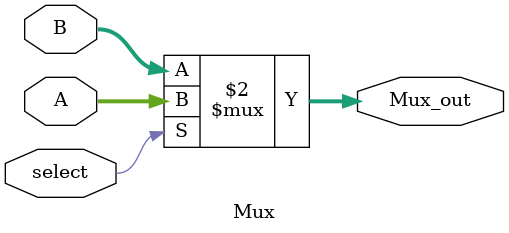
<source format=v>
module Mux(select, A, B, Mux_out);
    input select;
    input [31:0] A, B;
    output [31:0] Mux_out;

    assign Mux_out = (select == 1'b1) ? A : B;
endmodule

</source>
